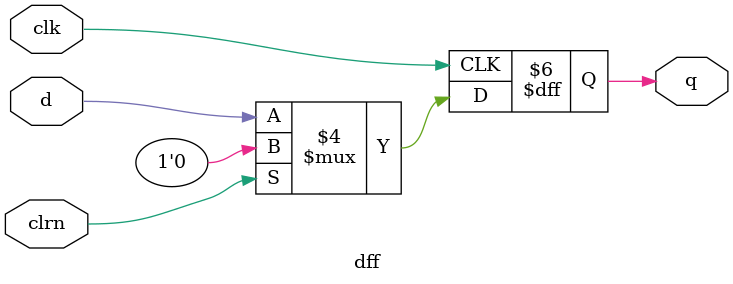
<source format=v>
module dff(d, clk, clrn, q);
	input d, clk, clrn;
	output reg q;
	always @(posedge clk)
	begin
		if(clrn==1)
		begin
			q = 0;
		end
		else
		begin
			q = d;
		end
	end
endmodule

</source>
